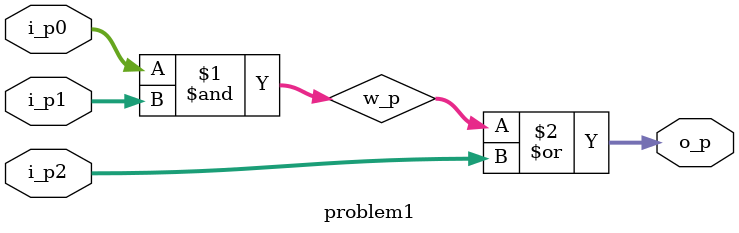
<source format=v>
module problem1(
  input       [7:0] i_p0,
  input       [7:0] i_p1,
  input       [7:0] i_p2,
  output wire [7:0] o_p
);

  wire [7:0] w_p;

  assign w_p = i_p0 & i_p1;
  assign o_p = w_p | i_p2;

endmodule
</source>
